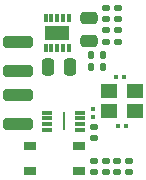
<source format=gbr>
%TF.GenerationSoftware,KiCad,Pcbnew,9.0.0*%
%TF.CreationDate,2025-08-25T21:43:05+03:00*%
%TF.ProjectId,Daredevil-mini,44617265-6465-4766-996c-2d6d696e692e,rev?*%
%TF.SameCoordinates,Original*%
%TF.FileFunction,Paste,Bot*%
%TF.FilePolarity,Positive*%
%FSLAX46Y46*%
G04 Gerber Fmt 4.6, Leading zero omitted, Abs format (unit mm)*
G04 Created by KiCad (PCBNEW 9.0.0) date 2025-08-25 21:43:05*
%MOMM*%
%LPD*%
G01*
G04 APERTURE LIST*
G04 Aperture macros list*
%AMRoundRect*
0 Rectangle with rounded corners*
0 $1 Rounding radius*
0 $2 $3 $4 $5 $6 $7 $8 $9 X,Y pos of 4 corners*
0 Add a 4 corners polygon primitive as box body*
4,1,4,$2,$3,$4,$5,$6,$7,$8,$9,$2,$3,0*
0 Add four circle primitives for the rounded corners*
1,1,$1+$1,$2,$3*
1,1,$1+$1,$4,$5*
1,1,$1+$1,$6,$7*
1,1,$1+$1,$8,$9*
0 Add four rect primitives between the rounded corners*
20,1,$1+$1,$2,$3,$4,$5,0*
20,1,$1+$1,$4,$5,$6,$7,0*
20,1,$1+$1,$6,$7,$8,$9,0*
20,1,$1+$1,$8,$9,$2,$3,0*%
G04 Aperture macros list end*
%ADD10RoundRect,0.135000X-0.135000X-0.185000X0.135000X-0.185000X0.135000X0.185000X-0.135000X0.185000X0*%
%ADD11RoundRect,0.250000X1.000000X0.250000X-1.000000X0.250000X-1.000000X-0.250000X1.000000X-0.250000X0*%
%ADD12RoundRect,0.079500X-0.079500X-0.100500X0.079500X-0.100500X0.079500X0.100500X-0.079500X0.100500X0*%
%ADD13R,0.900000X0.300000*%
%ADD14R,0.250000X1.650000*%
%ADD15RoundRect,0.147500X-0.172500X0.147500X-0.172500X-0.147500X0.172500X-0.147500X0.172500X0.147500X0*%
%ADD16RoundRect,0.135000X0.135000X0.185000X-0.135000X0.185000X-0.135000X-0.185000X0.135000X-0.185000X0*%
%ADD17R,1.400000X1.200000*%
%ADD18R,1.050000X0.650000*%
%ADD19R,0.300000X0.800000*%
%ADD20R,2.050000X1.250000*%
%ADD21RoundRect,0.140000X-0.170000X0.140000X-0.170000X-0.140000X0.170000X-0.140000X0.170000X0.140000X0*%
%ADD22RoundRect,0.250000X-0.475000X0.250000X-0.475000X-0.250000X0.475000X-0.250000X0.475000X0.250000X0*%
%ADD23RoundRect,0.079500X0.079500X0.100500X-0.079500X0.100500X-0.079500X-0.100500X0.079500X-0.100500X0*%
%ADD24RoundRect,0.135000X0.185000X-0.135000X0.185000X0.135000X-0.185000X0.135000X-0.185000X-0.135000X0*%
%ADD25RoundRect,0.250000X-0.250000X-0.475000X0.250000X-0.475000X0.250000X0.475000X-0.250000X0.475000X0*%
%ADD26RoundRect,0.079500X0.100500X-0.079500X0.100500X0.079500X-0.100500X0.079500X-0.100500X-0.079500X0*%
G04 APERTURE END LIST*
D10*
%TO.C,R2*%
X131390000Y-101200000D03*
X132410000Y-101200000D03*
%TD*%
D11*
%TO.C,J1*%
X125250000Y-99050000D03*
X125250000Y-101550000D03*
X125250000Y-103550000D03*
X125250000Y-106050000D03*
%TD*%
D12*
%TO.C,C5*%
X133555000Y-102000000D03*
X134245000Y-102000000D03*
%TD*%
D13*
%TO.C,DD2*%
X127700000Y-106550000D03*
X127700000Y-106050000D03*
X127700000Y-105550000D03*
X127700000Y-105050000D03*
X130500000Y-105050000D03*
X130500000Y-105550000D03*
X130500000Y-106050000D03*
X130500000Y-106550000D03*
D14*
X129100000Y-105800000D03*
%TD*%
D15*
%TO.C,D3*%
X132645737Y-109131661D03*
X132645737Y-110101661D03*
%TD*%
%TO.C,D4*%
X131645737Y-109116661D03*
X131645737Y-110086661D03*
%TD*%
%TO.C,D5*%
X133710000Y-96200000D03*
X133710000Y-97170000D03*
%TD*%
D16*
%TO.C,R1*%
X132410000Y-100200000D03*
X131390000Y-100200000D03*
%TD*%
D17*
%TO.C,Y1*%
X132900000Y-103250000D03*
X135100000Y-103250000D03*
X135100000Y-104950000D03*
X132900000Y-104950000D03*
%TD*%
D18*
%TO.C,SW1*%
X130358017Y-107875846D03*
X126208017Y-107875846D03*
X130358017Y-110025846D03*
X126208017Y-110025846D03*
%TD*%
D15*
%TO.C,D6*%
X132710000Y-96200000D03*
X132710000Y-97170000D03*
%TD*%
D19*
%TO.C,DD1*%
X127562500Y-97050000D03*
X128062500Y-97050000D03*
X128562500Y-97050000D03*
X129062500Y-97050000D03*
X129562500Y-97050000D03*
X129562500Y-99550000D03*
X129062500Y-99550000D03*
X128562500Y-99550000D03*
X128062500Y-99550000D03*
X127562500Y-99550000D03*
D20*
X128562500Y-98300000D03*
%TD*%
D21*
%TO.C,C4*%
X131676295Y-106245911D03*
X131676295Y-107205911D03*
%TD*%
D15*
%TO.C,D1*%
X134645737Y-109131661D03*
X134645737Y-110101661D03*
%TD*%
D22*
%TO.C,C1*%
X131200000Y-97050000D03*
X131200000Y-98950000D03*
%TD*%
D15*
%TO.C,D2*%
X133625737Y-109116661D03*
X133625737Y-110086661D03*
%TD*%
D23*
%TO.C,C6*%
X134345000Y-106200000D03*
X133655000Y-106200000D03*
%TD*%
D24*
%TO.C,R10*%
X132700000Y-99110000D03*
X132700000Y-98090000D03*
%TD*%
%TO.C,R9*%
X133710000Y-99110000D03*
X133710000Y-98090000D03*
%TD*%
D25*
%TO.C,C2*%
X127750000Y-101200000D03*
X129650000Y-101200000D03*
%TD*%
D26*
%TO.C,C3*%
X131557260Y-105449568D03*
X131557260Y-104759568D03*
%TD*%
M02*

</source>
